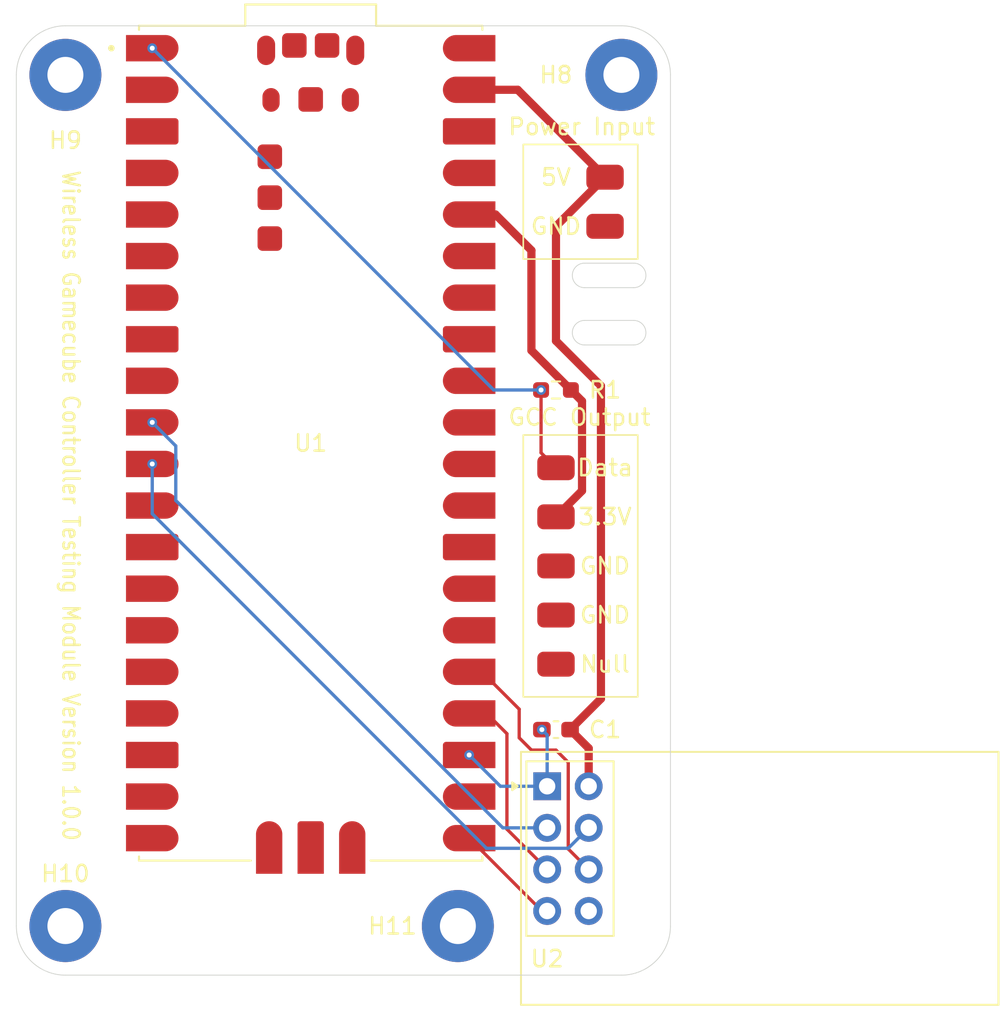
<source format=kicad_pcb>
(kicad_pcb (version 20240108) (generator "pcbnew") (generator_version "8.0")
  (layers (0 "F.Cu" signal) (31 "B.Cu" signal) (34 "B.Paste" user) (35 "F.Paste" user) (36 "B.SilkS" user "B.Silkscreen") (37 "F.SilkS" user "F.Silkscreen") (38 "B.Mask" user) (39 "F.Mask" user) (44 "Edge.Cuts" user))
  (net 0 "")
  (net 1 "GND")
  (net 2 "+5V")
  (net 3 "/Data")
  (net 4 "+3V3")
  (net 5 "/RX{slash}MISO")
  (net 8 "/CE")
  (net 18 "/CS")
  (net 20 "/SCK")
  (net 31 "/TX{slash}MOSI")
  (footprint "Library:Raspberry Pi Pico" (layer "F.Cu") (at 145 92.5)
    (property "Reference" "U1")
    (property "Value" "SC0915" (hide yes))
  )
  (footprint "Capacitor_SMD:C_0603_1608Metric_Pad1.08x0.95mm_HandSolder" (layer "F.Cu") (at 160 110 180)
    (property "Reference" "C1")
    (property "Value" "10u" (hide yes))
  )
  (footprint "Library:PAD" (layer "F.Cu") (at 163 76.25)
    (property "Reference" "5V")
    (property "Value" "MountingHole_Pad" (hide yes))
  )
  (footprint "Library:PAD" (layer "F.Cu") (at 163 79.25)
    (property "Reference" "GND")
    (property "Value" "MountingHole_Pad" (hide yes))
  )
  (footprint "MountingHole:MountingHole_2.2mm_M2_Pad" (layer "F.Cu") (at 164 70)
    (property "Reference" "H8")
    (property "Value" "MountingHole_Pad" (hide yes))
  )
  (footprint "Library:PAD" (layer "F.Cu") (at 160 100)
    (property "Reference" "GND")
    (property "Value" "MountingHole_Pad" (hide yes))
  )
  (footprint "RF_Module:nRF24L01_Breakout" (layer "F.Cu") (at 159.46 113.46)
    (property "Reference" "U2")
    (property "Value" "NRF24L01_Breakout")
  )
  (footprint "Library:PAD" (layer "F.Cu") (at 160 97)
    (property "Reference" "3.3V")
    (property "Value" "MountingHole_Pad" (hide yes))
  )
  (footprint "Resistor_SMD:R_0603_1608Metric_Pad0.98x0.95mm_HandSolder" (layer "F.Cu") (at 160 89.25 180)
    (property "Reference" "R1")
    (property "Value" "1k" (hide yes))
  )
  (footprint "Library:PAD" (layer "F.Cu") (at 160 106)
    (property "Reference" "Null")
    (property "Value" "MountingHole_Pad" (hide yes))
  )
  (footprint "MountingHole:MountingHole_2.2mm_M2_Pad" (layer "F.Cu") (at 154 122)
    (property "Reference" "H11")
    (property "Value" "MountingHole_Pad" (hide yes))
  )
  (footprint "MountingHole:MountingHole_2.2mm_M2_Pad" (layer "F.Cu") (at 130 70)
    (property "Reference" "H9")
    (property "Value" "MountingHole_Pad" (hide yes))
  )
  (footprint "Library:PAD" (layer "F.Cu") (at 160 103)
    (property "Reference" "GND")
    (property "Value" "MountingHole_Pad" (hide yes))
  )
  (footprint "MountingHole:MountingHole_2.2mm_M2_Pad" (layer "F.Cu") (at 130 122)
    (property "Reference" "H10")
    (property "Value" "MountingHole_Pad" (hide yes))
  )
  (footprint "Library:PAD" (layer "F.Cu") (at 160 94)
    (property "Reference" "Data")
    (property "Value" "MountingHole_Pad" (hide yes))
  )
  (gr_rect (start 158 92) (end 165 108) (stroke (width 0.1)) (fill none) (layer "F.SilkS"))
  (gr_rect (start 158 74.25) (end 165 81.25) (stroke (width 0.1)) (fill none) (layer "F.SilkS"))
  (gr_line (start 130 67) (end 164 67) (stroke (width 0.05)) (layer "Edge.Cuts"))
  (gr_line (start 161.75 85) (end 164.75 85) (stroke (width 0.05)) (layer "Edge.Cuts"))
  (gr_arc (start 164.75 85) (mid 165.5 85.75) (end 164.75 86.5) (stroke (width 0.05)) (layer "Edge.Cuts"))
  (gr_line (start 127 70) (end 127 122) (stroke (width 0.05)) (layer "Edge.Cuts"))
  (gr_arc (start 130 125) (mid 127.87868 124.12132) (end 127 122) (stroke (width 0.05)) (layer "Edge.Cuts"))
  (gr_arc (start 167 122) (mid 166.12132 124.12132) (end 164 125) (stroke (width 0.05)) (layer "Edge.Cuts"))
  (gr_arc (start 164 67) (mid 166.12132 67.87868) (end 167 70) (stroke (width 0.05)) (layer "Edge.Cuts"))
  (gr_arc (start 161.75 86.5) (mid 161 85.75) (end 161.75 85) (stroke (width 0.05)) (layer "Edge.Cuts"))
  (gr_line (start 130 125) (end 164 125) (stroke (width 0.05)) (layer "Edge.Cuts"))
  (gr_line (start 161.75 83) (end 164.75 83) (stroke (width 0.05)) (layer "Edge.Cuts"))
  (gr_arc (start 127 70) (mid 127.87868 67.87868) (end 130 67) (stroke (width 0.05)) (layer "Edge.Cuts"))
  (gr_arc (start 161.75 83) (mid 161 82.25) (end 161.75 81.5) (stroke (width 0.05)) (layer "Edge.Cuts"))
  (gr_line (start 167 70) (end 167 122) (stroke (width 0.05)) (layer "Edge.Cuts"))
  (gr_line (start 161.75 81.5) (end 164.75 81.5) (stroke (width 0.05)) (layer "Edge.Cuts"))
  (gr_line (start 161.75 86.5) (end 164.75 86.5) (stroke (width 0.05)) (layer "Edge.Cuts"))
  (gr_arc (start 164.75 81.5) (mid 165.5 82.25) (end 164.75 83) (stroke (width 0.05)) (layer "Edge.Cuts"))
  (gr_text "GCC Output\n" (at 157 91.5 0) (layer "F.SilkS") (effects (font (size 1 1)) (justify left bottom)))
  (gr_text "Power Input" (at 157 73.75 0) (layer "F.SilkS") (effects (font (size 1 1)) (justify left bottom)))
  (gr_text "Wireless Gamecube Controller Testing Module Version 1.0.0" (at 129.75 75.75 270) (layer "F.SilkS") (effects (font (size 1 0.9)) (justify left bottom)))
  (via (at 159.1375 110) (size 0.6) (drill 0.3) (layers "F.Cu" "B.Cu") (net 1))
  (via (at 154.69 111.55) (size 0.6) (drill 0.3) (layers "F.Cu" "B.Cu") (net 1))
  (segment (start 159.46 113.46) (end 156.6 113.46) (width 0.2) (layer "B.Cu") (net 1))
  (segment (start 159.46 110.3225) (end 159.1375 110) (width 0.2) (layer "B.Cu") (net 1))
  (segment (start 156.6 113.46) (end 154.69 111.55) (width 0.2) (layer "B.Cu") (net 1))
  (segment (start 159.46 113.46) (end 159.46 110.3225) (width 0.2) (layer "B.Cu") (net 1))
  (segment (start 162.75 89) (end 162.75 108.1125) (width 0.5) (layer "F.Cu") (net 2))
  (segment (start 162 113.46) (end 162 111.1375) (width 0.5) (layer "F.Cu") (net 2))
  (segment (start 162 111.1375) (end 160.8625 110) (width 0.5) (layer "F.Cu") (net 2))
  (segment (start 160 86.25) (end 162.75 89) (width 0.5) (layer "F.Cu") (net 2))
  (segment (start 154.69 70.91) (end 157.66 70.91) (width 0.5) (layer "F.Cu") (net 2))
  (segment (start 163 76.25) (end 160 79.25) (width 0.5) (layer "F.Cu") (net 2))
  (segment (start 160 79.25) (end 160 86.25) (width 0.5) (layer "F.Cu") (net 2))
  (segment (start 162.75 108.1125) (end 160.8625 110) (width 0.5) (layer "F.Cu") (net 2))
  (segment (start 157.66 70.91) (end 163 76.25) (width 0.5) (layer "F.Cu") (net 2))
  (segment (start 160 94) (end 159.0875 93.0875) (width 0.2) (layer "F.Cu") (net 3))
  (segment (start 159.0875 93.0875) (end 159.0875 89.25) (width 0.2) (layer "F.Cu") (net 3))
  (via (at 159.0875 89.25) (size 0.6) (drill 0.3) (layers "F.Cu" "B.Cu") (net 3))
  (via (at 135.31 68.37) (size 0.6) (drill 0.3) (layers "F.Cu" "B.Cu") (net 3))
  (segment (start 156.19 89.25) (end 135.31 68.37) (width 0.2) (layer "B.Cu") (net 3))
  (segment (start 159.0875 89.25) (end 156.19 89.25) (width 0.2) (layer "B.Cu") (net 3))
  (segment (start 160 97) (end 161.593 95.407) (width 0.5) (layer "F.Cu") (net 4))
  (segment (start 161.593 89.9305) (end 160.9125 89.25) (width 0.5) (layer "F.Cu") (net 4))
  (segment (start 154.69 78.53) (end 156.305 78.53) (width 0.5) (layer "F.Cu") (net 4))
  (segment (start 156.305 78.53) (end 158.497358 80.722358) (width 0.5) (layer "F.Cu") (net 4))
  (segment (start 158.497358 86.834858) (end 160.9125 89.25) (width 0.5) (layer "F.Cu") (net 4))
  (segment (start 161.593 95.407) (end 161.593 89.9305) (width 0.5) (layer "F.Cu") (net 4))
  (segment (start 158.497358 80.722358) (end 158.497358 86.834858) (width 0.5) (layer "F.Cu") (net 4))
  (segment (start 159.14 121.08) (end 159.46 121.08) (width 0.2) (layer "F.Cu") (net 5))
  (segment (start 154.69 116.63) (end 159.14 121.08) (width 0.2) (layer "F.Cu") (net 5))
  (via (at 135.31 91.23) (size 0.6) (drill 0.3) (layers "F.Cu" "B.Cu") (net 8))
  (segment (start 136.75 96) (end 136.75 92.67) (width 0.2) (layer "B.Cu") (net 8))
  (segment (start 156.75 116) (end 136.75 96) (width 0.2) (layer "B.Cu") (net 8))
  (segment (start 159.46 116) (end 156.75 116) (width 0.2) (layer "B.Cu") (net 8))
  (segment (start 136.75 92.67) (end 135.31 91.23) (width 0.2) (layer "B.Cu") (net 8))
  (via (at 135.31 93.77) (size 0.6) (drill 0.3) (layers "F.Cu" "B.Cu") (net 18))
  (segment (start 135.31 96.81) (end 135.31 93.77) (width 0.2) (layer "B.Cu") (net 18))
  (segment (start 162 116) (end 160.75 117.25) (width 0.2) (layer "B.Cu") (net 18))
  (segment (start 160.75 117.25) (end 155.75 117.25) (width 0.2) (layer "B.Cu") (net 18))
  (segment (start 155.75 117.25) (end 135.31 96.81) (width 0.2) (layer "B.Cu") (net 18))
  (segment (start 157 110.25) (end 155.76 109.01) (width 0.2) (layer "F.Cu") (net 20))
  (segment (start 159.46 118.54) (end 157 116.08) (width 0.2) (layer "F.Cu") (net 20))
  (segment (start 155.76 109.01) (end 154.69 109.01) (width 0.2) (layer "F.Cu") (net 20))
  (segment (start 157 116.08) (end 157 110.25) (width 0.2) (layer "F.Cu") (net 20))
  (segment (start 160.75 117.29) (end 160.75 112) (width 0.2) (layer "F.Cu") (net 31))
  (segment (start 160 111.25) (end 158.5 111.25) (width 0.2) (layer "F.Cu") (net 31))
  (segment (start 162 118.54) (end 160.75 117.29) (width 0.2) (layer "F.Cu") (net 31))
  (segment (start 157.75 108.75) (end 155.47 106.47) (width 0.2) (layer "F.Cu") (net 31))
  (segment (start 155.47 106.47) (end 154.69 106.47) (width 0.2) (layer "F.Cu") (net 31))
  (segment (start 160.75 112) (end 160 111.25) (width 0.2) (layer "F.Cu") (net 31))
  (segment (start 158.5 111.25) (end 157.75 110.5) (width 0.2) (layer "F.Cu") (net 31))
  (segment (start 157.75 110.5) (end 157.75 108.75) (width 0.2) (layer "F.Cu") (net 31))
)
</source>
